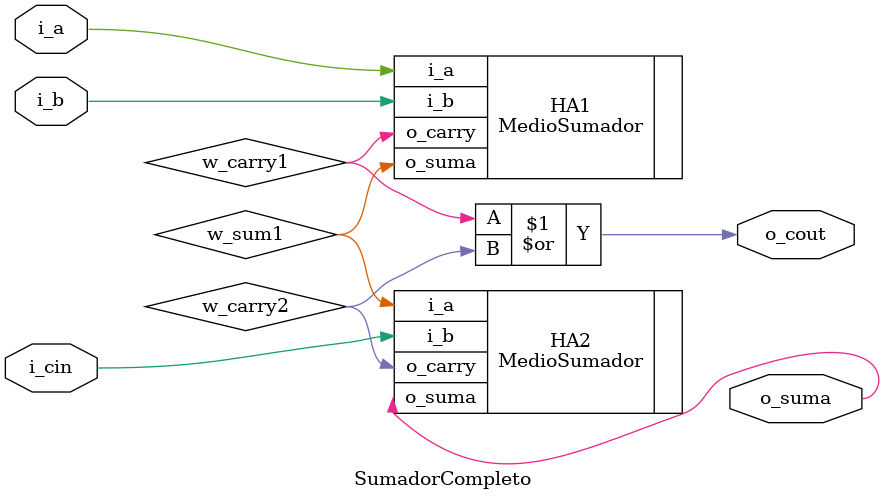
<source format=v>
module SumadorCompleto (
input i_a,
input i_b,
input i_cin,
output o_suma,
output o_cout
);
wire w_sum1, w_carry1, w_carry2;

// Instancia 1: Medio Sumador para A y B
MedioSumador HA1 (
.i_a(i_a),
.i_b(i_b),
.o_suma(w_sum1),
.o_carry(w_carry1)

);

// Instancia 2: Medio Sumador para el resultado parcial y el Carry de entrada
MedioSumador HA2 (
.i_a(w_sum1),
.i_b(i_cin),
.o_suma(o_suma),
.o_carry(w_carry2)
);

// El carry de salida es la OR de los acarreso intermedios
assign o_cout = w_carry1 | w_carry2;

endmodule


</source>
